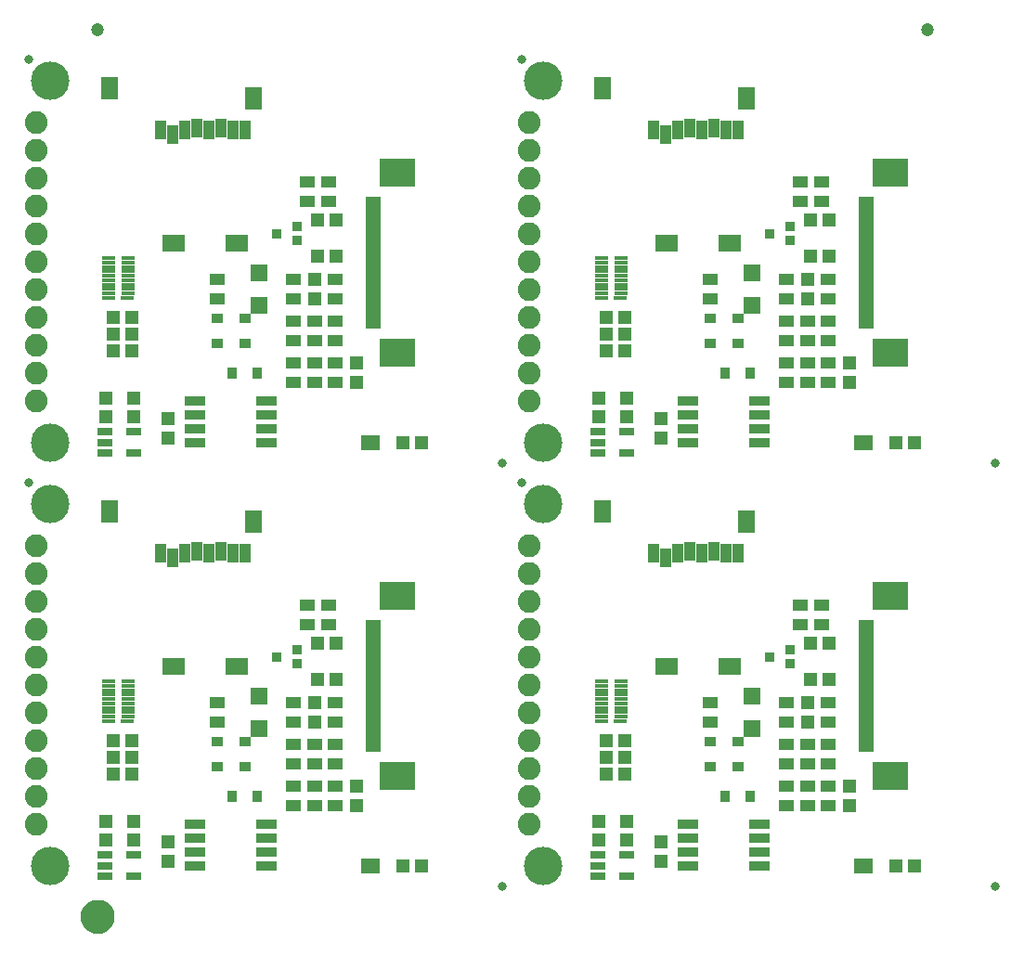
<source format=gts>
G75*
%MOIN*%
%OFA0B0*%
%FSLAX25Y25*%
%IPPOS*%
%LPD*%
%AMOC8*
5,1,8,0,0,1.08239X$1,22.5*
%
%ADD10R,0.04737X0.05131*%
%ADD11R,0.05524X0.03950*%
%ADD12R,0.04068X0.03280*%
%ADD13R,0.03280X0.04068*%
%ADD14R,0.05918X0.05918*%
%ADD15R,0.03556X0.03556*%
%ADD16R,0.05131X0.04737*%
%ADD17R,0.05721X0.01981*%
%ADD18R,0.12611X0.10249*%
%ADD19C,0.03300*%
%ADD20C,0.13800*%
%ADD21C,0.08200*%
%ADD22R,0.03300X0.05800*%
%ADD23R,0.05524X0.02965*%
%ADD24R,0.07887X0.06312*%
%ADD25R,0.06312X0.08280*%
%ADD26R,0.03950X0.06706*%
%ADD27R,0.07500X0.03200*%
%ADD28R,0.05131X0.01587*%
%ADD29R,0.04737X0.01587*%
%ADD30C,0.04737*%
%ADD31C,0.05000*%
%ADD32C,0.06706*%
D10*
X0063342Y0047904D03*
X0063342Y0054596D03*
X0073342Y0054596D03*
X0073342Y0047904D03*
X0085842Y0047096D03*
X0085842Y0040404D03*
X0138342Y0090404D03*
X0138342Y0097096D03*
X0153342Y0067096D03*
X0153342Y0060404D03*
X0240342Y0054596D03*
X0240342Y0047904D03*
X0250342Y0047904D03*
X0250342Y0054596D03*
X0262842Y0047096D03*
X0262842Y0040404D03*
X0315342Y0090404D03*
X0315342Y0097096D03*
X0330342Y0067096D03*
X0330342Y0060404D03*
X0262842Y0192404D03*
X0262842Y0199096D03*
X0250342Y0199904D03*
X0250342Y0206596D03*
X0240342Y0206596D03*
X0240342Y0199904D03*
X0315342Y0242404D03*
X0315342Y0249096D03*
X0330342Y0219096D03*
X0330342Y0212404D03*
X0153342Y0212404D03*
X0153342Y0219096D03*
X0138342Y0242404D03*
X0138342Y0249096D03*
X0085842Y0199096D03*
X0085842Y0192404D03*
X0073342Y0199904D03*
X0073342Y0206596D03*
X0063342Y0206596D03*
X0063342Y0199904D03*
D11*
X0103342Y0242207D03*
X0103342Y0249293D03*
X0130842Y0249293D03*
X0130842Y0242207D03*
X0130842Y0234293D03*
X0130842Y0227207D03*
X0138342Y0227207D03*
X0145842Y0227207D03*
X0145842Y0234293D03*
X0138342Y0234293D03*
X0145842Y0242207D03*
X0145842Y0249293D03*
X0143342Y0277207D03*
X0143342Y0284293D03*
X0135842Y0284293D03*
X0135842Y0277207D03*
X0138342Y0219293D03*
X0138342Y0212207D03*
X0145842Y0212207D03*
X0145842Y0219293D03*
X0130842Y0219293D03*
X0130842Y0212207D03*
X0135842Y0132293D03*
X0135842Y0125207D03*
X0143342Y0125207D03*
X0143342Y0132293D03*
X0145842Y0097293D03*
X0145842Y0090207D03*
X0145842Y0082293D03*
X0138342Y0082293D03*
X0138342Y0075207D03*
X0145842Y0075207D03*
X0145842Y0067293D03*
X0145842Y0060207D03*
X0138342Y0060207D03*
X0138342Y0067293D03*
X0130842Y0067293D03*
X0130842Y0060207D03*
X0130842Y0075207D03*
X0130842Y0082293D03*
X0130842Y0090207D03*
X0130842Y0097293D03*
X0103342Y0097293D03*
X0103342Y0090207D03*
X0280342Y0090207D03*
X0280342Y0097293D03*
X0307842Y0097293D03*
X0307842Y0090207D03*
X0307842Y0082293D03*
X0315342Y0082293D03*
X0315342Y0075207D03*
X0307842Y0075207D03*
X0307842Y0067293D03*
X0307842Y0060207D03*
X0315342Y0060207D03*
X0315342Y0067293D03*
X0322842Y0067293D03*
X0322842Y0060207D03*
X0322842Y0075207D03*
X0322842Y0082293D03*
X0322842Y0090207D03*
X0322842Y0097293D03*
X0320342Y0125207D03*
X0312842Y0125207D03*
X0312842Y0132293D03*
X0320342Y0132293D03*
X0322842Y0212207D03*
X0322842Y0219293D03*
X0315342Y0219293D03*
X0315342Y0212207D03*
X0307842Y0212207D03*
X0307842Y0219293D03*
X0307842Y0227207D03*
X0315342Y0227207D03*
X0315342Y0234293D03*
X0307842Y0234293D03*
X0307842Y0242207D03*
X0307842Y0249293D03*
X0322842Y0249293D03*
X0322842Y0242207D03*
X0322842Y0234293D03*
X0322842Y0227207D03*
X0280342Y0242207D03*
X0280342Y0249293D03*
X0312842Y0277207D03*
X0320342Y0277207D03*
X0320342Y0284293D03*
X0312842Y0284293D03*
D12*
X0290342Y0235278D03*
X0290342Y0226222D03*
X0280342Y0226222D03*
X0280342Y0235278D03*
X0113342Y0235278D03*
X0113342Y0226222D03*
X0103342Y0226222D03*
X0103342Y0235278D03*
X0103342Y0083278D03*
X0103342Y0074222D03*
X0113342Y0074222D03*
X0113342Y0083278D03*
X0280342Y0083278D03*
X0280342Y0074222D03*
X0290342Y0074222D03*
X0290342Y0083278D03*
D13*
X0294869Y0063750D03*
X0285814Y0063750D03*
X0117869Y0063750D03*
X0108814Y0063750D03*
X0108814Y0215750D03*
X0117869Y0215750D03*
X0285814Y0215750D03*
X0294869Y0215750D03*
D14*
X0295342Y0239844D03*
X0295342Y0251656D03*
X0118342Y0251656D03*
X0118342Y0239844D03*
X0118342Y0099656D03*
X0118342Y0087844D03*
X0295342Y0087844D03*
X0295342Y0099656D03*
D15*
X0308984Y0111191D03*
X0308984Y0116309D03*
X0301700Y0113750D03*
X0131984Y0111191D03*
X0131984Y0116309D03*
X0124700Y0113750D03*
X0131984Y0263191D03*
X0131984Y0268309D03*
X0124700Y0265750D03*
X0301700Y0265750D03*
X0308984Y0263191D03*
X0308984Y0268309D03*
D16*
X0316495Y0270750D03*
X0323188Y0270750D03*
X0323188Y0257750D03*
X0316495Y0257750D03*
X0249688Y0235750D03*
X0249688Y0229750D03*
X0249688Y0223750D03*
X0242995Y0223750D03*
X0242995Y0229750D03*
X0242995Y0235750D03*
X0176688Y0190750D03*
X0169995Y0190750D03*
X0146188Y0257750D03*
X0139495Y0257750D03*
X0139495Y0270750D03*
X0146188Y0270750D03*
X0072688Y0235750D03*
X0065995Y0235750D03*
X0065995Y0229750D03*
X0065995Y0223750D03*
X0072688Y0223750D03*
X0072688Y0229750D03*
X0139495Y0118750D03*
X0146188Y0118750D03*
X0146188Y0105750D03*
X0139495Y0105750D03*
X0072688Y0083750D03*
X0072688Y0077750D03*
X0065995Y0077750D03*
X0065995Y0083750D03*
X0065995Y0071750D03*
X0072688Y0071750D03*
X0169995Y0038750D03*
X0176688Y0038750D03*
X0242995Y0071750D03*
X0242995Y0077750D03*
X0242995Y0083750D03*
X0249688Y0083750D03*
X0249688Y0077750D03*
X0249688Y0071750D03*
X0316495Y0105750D03*
X0323188Y0105750D03*
X0323188Y0118750D03*
X0316495Y0118750D03*
X0346995Y0190750D03*
X0353688Y0190750D03*
X0353688Y0038750D03*
X0346995Y0038750D03*
D17*
X0336582Y0080612D03*
X0336582Y0082581D03*
X0336582Y0084549D03*
X0336582Y0086518D03*
X0336582Y0088486D03*
X0336582Y0090455D03*
X0336582Y0092423D03*
X0336582Y0094392D03*
X0336582Y0096360D03*
X0336582Y0098329D03*
X0336582Y0100297D03*
X0336582Y0102266D03*
X0336582Y0104234D03*
X0336582Y0106203D03*
X0336582Y0108171D03*
X0336582Y0110140D03*
X0336582Y0112108D03*
X0336582Y0114077D03*
X0336582Y0116045D03*
X0336582Y0118014D03*
X0336582Y0119982D03*
X0336582Y0121951D03*
X0336582Y0123919D03*
X0336582Y0125888D03*
X0336582Y0232612D03*
X0336582Y0234581D03*
X0336582Y0236549D03*
X0336582Y0238518D03*
X0336582Y0240486D03*
X0336582Y0242455D03*
X0336582Y0244423D03*
X0336582Y0246392D03*
X0336582Y0248360D03*
X0336582Y0250329D03*
X0336582Y0252297D03*
X0336582Y0254266D03*
X0336582Y0256234D03*
X0336582Y0258203D03*
X0336582Y0260171D03*
X0336582Y0262140D03*
X0336582Y0264108D03*
X0336582Y0266077D03*
X0336582Y0268045D03*
X0336582Y0270014D03*
X0336582Y0271982D03*
X0336582Y0273951D03*
X0336582Y0275919D03*
X0336582Y0277888D03*
X0159582Y0277888D03*
X0159582Y0275919D03*
X0159582Y0273951D03*
X0159582Y0271982D03*
X0159582Y0270014D03*
X0159582Y0268045D03*
X0159582Y0266077D03*
X0159582Y0264108D03*
X0159582Y0262140D03*
X0159582Y0260171D03*
X0159582Y0258203D03*
X0159582Y0256234D03*
X0159582Y0254266D03*
X0159582Y0252297D03*
X0159582Y0250329D03*
X0159582Y0248360D03*
X0159582Y0246392D03*
X0159582Y0244423D03*
X0159582Y0242455D03*
X0159582Y0240486D03*
X0159582Y0238518D03*
X0159582Y0236549D03*
X0159582Y0234581D03*
X0159582Y0232612D03*
X0159582Y0125888D03*
X0159582Y0123919D03*
X0159582Y0121951D03*
X0159582Y0119982D03*
X0159582Y0118014D03*
X0159582Y0116045D03*
X0159582Y0114077D03*
X0159582Y0112108D03*
X0159582Y0110140D03*
X0159582Y0108171D03*
X0159582Y0106203D03*
X0159582Y0104234D03*
X0159582Y0102266D03*
X0159582Y0100297D03*
X0159582Y0098329D03*
X0159582Y0096360D03*
X0159582Y0094392D03*
X0159582Y0092423D03*
X0159582Y0090455D03*
X0159582Y0088486D03*
X0159582Y0086518D03*
X0159582Y0084549D03*
X0159582Y0082581D03*
X0159582Y0080612D03*
D18*
X0167948Y0070967D03*
X0167948Y0135533D03*
X0167948Y0222967D03*
X0167948Y0287533D03*
X0344948Y0287533D03*
X0344948Y0222967D03*
X0344948Y0135533D03*
X0344948Y0070967D03*
D19*
X0382842Y0031250D03*
X0205842Y0031250D03*
X0212842Y0176250D03*
X0205842Y0183250D03*
X0035842Y0176250D03*
X0035842Y0328250D03*
X0212842Y0328250D03*
X0382842Y0183250D03*
D20*
X0043342Y0038750D03*
X0043342Y0168750D03*
X0043342Y0190750D03*
X0043342Y0320750D03*
X0220342Y0320750D03*
X0220342Y0190750D03*
X0220342Y0168750D03*
X0220342Y0038750D03*
D21*
X0215342Y0053750D03*
X0215342Y0063750D03*
X0215342Y0073750D03*
X0215342Y0083750D03*
X0215342Y0093750D03*
X0215342Y0103750D03*
X0215342Y0113750D03*
X0215342Y0123750D03*
X0215342Y0133750D03*
X0215342Y0143750D03*
X0215342Y0153750D03*
X0215342Y0205750D03*
X0215342Y0215750D03*
X0215342Y0225750D03*
X0215342Y0235750D03*
X0215342Y0245750D03*
X0215342Y0255750D03*
X0215342Y0265750D03*
X0215342Y0275750D03*
X0215342Y0285750D03*
X0215342Y0295750D03*
X0215342Y0305750D03*
X0038342Y0305750D03*
X0038342Y0295750D03*
X0038342Y0285750D03*
X0038342Y0275750D03*
X0038342Y0265750D03*
X0038342Y0255750D03*
X0038342Y0245750D03*
X0038342Y0235750D03*
X0038342Y0225750D03*
X0038342Y0215750D03*
X0038342Y0205750D03*
X0038342Y0153750D03*
X0038342Y0143750D03*
X0038342Y0133750D03*
X0038342Y0123750D03*
X0038342Y0113750D03*
X0038342Y0103750D03*
X0038342Y0093750D03*
X0038342Y0083750D03*
X0038342Y0073750D03*
X0038342Y0063750D03*
X0038342Y0053750D03*
D22*
X0156742Y0038750D03*
X0159942Y0038750D03*
X0333742Y0038750D03*
X0336942Y0038750D03*
X0336942Y0190750D03*
X0333742Y0190750D03*
X0159942Y0190750D03*
X0156742Y0190750D03*
D23*
X0073460Y0187010D03*
X0073460Y0194490D03*
X0063223Y0194490D03*
X0063223Y0190750D03*
X0063223Y0187010D03*
X0063223Y0042490D03*
X0063223Y0038750D03*
X0063223Y0035010D03*
X0073460Y0035010D03*
X0073460Y0042490D03*
X0240223Y0042490D03*
X0240223Y0038750D03*
X0240223Y0035010D03*
X0250460Y0035010D03*
X0250460Y0042490D03*
X0250460Y0187010D03*
X0250460Y0194490D03*
X0240223Y0194490D03*
X0240223Y0190750D03*
X0240223Y0187010D03*
D24*
X0264830Y0262325D03*
X0287271Y0262325D03*
X0110271Y0262325D03*
X0087830Y0262325D03*
X0087830Y0110325D03*
X0110271Y0110325D03*
X0264830Y0110325D03*
X0287271Y0110325D03*
D25*
X0293570Y0162096D03*
X0241798Y0166033D03*
X0116570Y0162096D03*
X0064798Y0166033D03*
X0116570Y0314096D03*
X0064798Y0318033D03*
X0241798Y0318033D03*
X0293570Y0314096D03*
D26*
X0290460Y0302876D03*
X0286129Y0302876D03*
X0281798Y0303663D03*
X0277468Y0302876D03*
X0273137Y0303663D03*
X0268806Y0302876D03*
X0264476Y0301301D03*
X0260145Y0302876D03*
X0113460Y0302876D03*
X0109129Y0302876D03*
X0104798Y0303663D03*
X0100468Y0302876D03*
X0096137Y0303663D03*
X0091806Y0302876D03*
X0087476Y0301301D03*
X0083145Y0302876D03*
X0096137Y0151663D03*
X0091806Y0150876D03*
X0087476Y0149301D03*
X0083145Y0150876D03*
X0100468Y0150876D03*
X0104798Y0151663D03*
X0109129Y0150876D03*
X0113460Y0150876D03*
X0260145Y0150876D03*
X0264476Y0149301D03*
X0268806Y0150876D03*
X0273137Y0151663D03*
X0277468Y0150876D03*
X0281798Y0151663D03*
X0286129Y0150876D03*
X0290460Y0150876D03*
D27*
X0298142Y0190750D03*
X0298142Y0195750D03*
X0298142Y0200750D03*
X0298142Y0205750D03*
X0272542Y0205750D03*
X0272542Y0200750D03*
X0272542Y0195750D03*
X0272542Y0190750D03*
X0121142Y0190750D03*
X0121142Y0195750D03*
X0121142Y0200750D03*
X0121142Y0205750D03*
X0095542Y0205750D03*
X0095542Y0200750D03*
X0095542Y0195750D03*
X0095542Y0190750D03*
X0095542Y0053750D03*
X0095542Y0048750D03*
X0095542Y0043750D03*
X0095542Y0038750D03*
X0121142Y0038750D03*
X0121142Y0043750D03*
X0121142Y0048750D03*
X0121142Y0053750D03*
X0272542Y0053750D03*
X0272542Y0048750D03*
X0272542Y0043750D03*
X0272542Y0038750D03*
X0298142Y0038750D03*
X0298142Y0043750D03*
X0298142Y0048750D03*
X0298142Y0053750D03*
D28*
X0248188Y0090663D03*
X0071188Y0090663D03*
X0071188Y0242663D03*
X0248188Y0242663D03*
D29*
X0248385Y0244238D03*
X0248385Y0245813D03*
X0248385Y0247388D03*
X0248385Y0248963D03*
X0248385Y0250537D03*
X0248385Y0252112D03*
X0248385Y0253687D03*
X0248385Y0255262D03*
X0248385Y0256837D03*
X0241298Y0256837D03*
X0241298Y0255262D03*
X0241298Y0253687D03*
X0241298Y0252112D03*
X0241298Y0250537D03*
X0241298Y0248963D03*
X0241298Y0247388D03*
X0241298Y0245813D03*
X0241298Y0244238D03*
X0241298Y0242663D03*
X0241298Y0104837D03*
X0241298Y0103262D03*
X0241298Y0101687D03*
X0241298Y0100112D03*
X0241298Y0098537D03*
X0241298Y0096963D03*
X0241298Y0095388D03*
X0241298Y0093813D03*
X0241298Y0092238D03*
X0241298Y0090663D03*
X0248385Y0092238D03*
X0248385Y0093813D03*
X0248385Y0095388D03*
X0248385Y0096963D03*
X0248385Y0098537D03*
X0248385Y0100112D03*
X0248385Y0101687D03*
X0248385Y0103262D03*
X0248385Y0104837D03*
X0071385Y0104837D03*
X0071385Y0103262D03*
X0071385Y0101687D03*
X0071385Y0100112D03*
X0071385Y0098537D03*
X0071385Y0096963D03*
X0071385Y0095388D03*
X0071385Y0093813D03*
X0071385Y0092238D03*
X0064298Y0092238D03*
X0064298Y0090663D03*
X0064298Y0093813D03*
X0064298Y0095388D03*
X0064298Y0096963D03*
X0064298Y0098537D03*
X0064298Y0100112D03*
X0064298Y0101687D03*
X0064298Y0103262D03*
X0064298Y0104837D03*
X0064298Y0242663D03*
X0064298Y0244238D03*
X0064298Y0245813D03*
X0064298Y0247388D03*
X0064298Y0248963D03*
X0064298Y0250537D03*
X0064298Y0252112D03*
X0064298Y0253687D03*
X0064298Y0255262D03*
X0064298Y0256837D03*
X0071385Y0256837D03*
X0071385Y0255262D03*
X0071385Y0253687D03*
X0071385Y0252112D03*
X0071385Y0250537D03*
X0071385Y0248963D03*
X0071385Y0247388D03*
X0071385Y0245813D03*
X0071385Y0244238D03*
D30*
X0060342Y0339000D03*
X0358342Y0339000D03*
D31*
X0056777Y0020500D02*
X0056779Y0020619D01*
X0056785Y0020738D01*
X0056795Y0020857D01*
X0056809Y0020975D01*
X0056827Y0021093D01*
X0056848Y0021210D01*
X0056874Y0021326D01*
X0056904Y0021442D01*
X0056937Y0021556D01*
X0056974Y0021669D01*
X0057015Y0021781D01*
X0057060Y0021892D01*
X0057108Y0022001D01*
X0057160Y0022108D01*
X0057216Y0022213D01*
X0057275Y0022317D01*
X0057337Y0022418D01*
X0057403Y0022518D01*
X0057472Y0022615D01*
X0057544Y0022709D01*
X0057620Y0022802D01*
X0057698Y0022891D01*
X0057779Y0022978D01*
X0057864Y0023063D01*
X0057951Y0023144D01*
X0058040Y0023222D01*
X0058133Y0023298D01*
X0058227Y0023370D01*
X0058324Y0023439D01*
X0058424Y0023505D01*
X0058525Y0023567D01*
X0058629Y0023626D01*
X0058734Y0023682D01*
X0058841Y0023734D01*
X0058950Y0023782D01*
X0059061Y0023827D01*
X0059173Y0023868D01*
X0059286Y0023905D01*
X0059400Y0023938D01*
X0059516Y0023968D01*
X0059632Y0023994D01*
X0059749Y0024015D01*
X0059867Y0024033D01*
X0059985Y0024047D01*
X0060104Y0024057D01*
X0060223Y0024063D01*
X0060342Y0024065D01*
X0060461Y0024063D01*
X0060580Y0024057D01*
X0060699Y0024047D01*
X0060817Y0024033D01*
X0060935Y0024015D01*
X0061052Y0023994D01*
X0061168Y0023968D01*
X0061284Y0023938D01*
X0061398Y0023905D01*
X0061511Y0023868D01*
X0061623Y0023827D01*
X0061734Y0023782D01*
X0061843Y0023734D01*
X0061950Y0023682D01*
X0062055Y0023626D01*
X0062159Y0023567D01*
X0062260Y0023505D01*
X0062360Y0023439D01*
X0062457Y0023370D01*
X0062551Y0023298D01*
X0062644Y0023222D01*
X0062733Y0023144D01*
X0062820Y0023063D01*
X0062905Y0022978D01*
X0062986Y0022891D01*
X0063064Y0022802D01*
X0063140Y0022709D01*
X0063212Y0022615D01*
X0063281Y0022518D01*
X0063347Y0022418D01*
X0063409Y0022317D01*
X0063468Y0022213D01*
X0063524Y0022108D01*
X0063576Y0022001D01*
X0063624Y0021892D01*
X0063669Y0021781D01*
X0063710Y0021669D01*
X0063747Y0021556D01*
X0063780Y0021442D01*
X0063810Y0021326D01*
X0063836Y0021210D01*
X0063857Y0021093D01*
X0063875Y0020975D01*
X0063889Y0020857D01*
X0063899Y0020738D01*
X0063905Y0020619D01*
X0063907Y0020500D01*
X0063905Y0020381D01*
X0063899Y0020262D01*
X0063889Y0020143D01*
X0063875Y0020025D01*
X0063857Y0019907D01*
X0063836Y0019790D01*
X0063810Y0019674D01*
X0063780Y0019558D01*
X0063747Y0019444D01*
X0063710Y0019331D01*
X0063669Y0019219D01*
X0063624Y0019108D01*
X0063576Y0018999D01*
X0063524Y0018892D01*
X0063468Y0018787D01*
X0063409Y0018683D01*
X0063347Y0018582D01*
X0063281Y0018482D01*
X0063212Y0018385D01*
X0063140Y0018291D01*
X0063064Y0018198D01*
X0062986Y0018109D01*
X0062905Y0018022D01*
X0062820Y0017937D01*
X0062733Y0017856D01*
X0062644Y0017778D01*
X0062551Y0017702D01*
X0062457Y0017630D01*
X0062360Y0017561D01*
X0062260Y0017495D01*
X0062159Y0017433D01*
X0062055Y0017374D01*
X0061950Y0017318D01*
X0061843Y0017266D01*
X0061734Y0017218D01*
X0061623Y0017173D01*
X0061511Y0017132D01*
X0061398Y0017095D01*
X0061284Y0017062D01*
X0061168Y0017032D01*
X0061052Y0017006D01*
X0060935Y0016985D01*
X0060817Y0016967D01*
X0060699Y0016953D01*
X0060580Y0016943D01*
X0060461Y0016937D01*
X0060342Y0016935D01*
X0060223Y0016937D01*
X0060104Y0016943D01*
X0059985Y0016953D01*
X0059867Y0016967D01*
X0059749Y0016985D01*
X0059632Y0017006D01*
X0059516Y0017032D01*
X0059400Y0017062D01*
X0059286Y0017095D01*
X0059173Y0017132D01*
X0059061Y0017173D01*
X0058950Y0017218D01*
X0058841Y0017266D01*
X0058734Y0017318D01*
X0058629Y0017374D01*
X0058525Y0017433D01*
X0058424Y0017495D01*
X0058324Y0017561D01*
X0058227Y0017630D01*
X0058133Y0017702D01*
X0058040Y0017778D01*
X0057951Y0017856D01*
X0057864Y0017937D01*
X0057779Y0018022D01*
X0057698Y0018109D01*
X0057620Y0018198D01*
X0057544Y0018291D01*
X0057472Y0018385D01*
X0057403Y0018482D01*
X0057337Y0018582D01*
X0057275Y0018683D01*
X0057216Y0018787D01*
X0057160Y0018892D01*
X0057108Y0018999D01*
X0057060Y0019108D01*
X0057015Y0019219D01*
X0056974Y0019331D01*
X0056937Y0019444D01*
X0056904Y0019558D01*
X0056874Y0019674D01*
X0056848Y0019790D01*
X0056827Y0019907D01*
X0056809Y0020025D01*
X0056795Y0020143D01*
X0056785Y0020262D01*
X0056779Y0020381D01*
X0056777Y0020500D01*
D32*
X0060342Y0020500D03*
M02*

</source>
